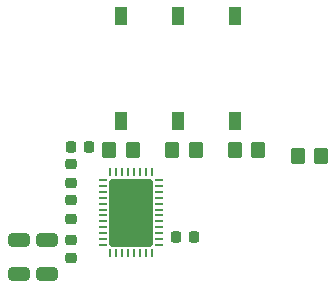
<source format=gbr>
G04 #@! TF.GenerationSoftware,KiCad,Pcbnew,(6.0.1)*
G04 #@! TF.CreationDate,2022-02-05T19:11:42-06:00*
G04 #@! TF.ProjectId,MCF8316A,4d434638-3331-4364-912e-6b696361645f,rev?*
G04 #@! TF.SameCoordinates,Original*
G04 #@! TF.FileFunction,Paste,Top*
G04 #@! TF.FilePolarity,Positive*
%FSLAX46Y46*%
G04 Gerber Fmt 4.6, Leading zero omitted, Abs format (unit mm)*
G04 Created by KiCad (PCBNEW (6.0.1)) date 2022-02-05 19:11:42*
%MOMM*%
%LPD*%
G01*
G04 APERTURE LIST*
G04 Aperture macros list*
%AMRoundRect*
0 Rectangle with rounded corners*
0 $1 Rounding radius*
0 $2 $3 $4 $5 $6 $7 $8 $9 X,Y pos of 4 corners*
0 Add a 4 corners polygon primitive as box body*
4,1,4,$2,$3,$4,$5,$6,$7,$8,$9,$2,$3,0*
0 Add four circle primitives for the rounded corners*
1,1,$1+$1,$2,$3*
1,1,$1+$1,$4,$5*
1,1,$1+$1,$6,$7*
1,1,$1+$1,$8,$9*
0 Add four rect primitives between the rounded corners*
20,1,$1+$1,$2,$3,$4,$5,0*
20,1,$1+$1,$4,$5,$6,$7,0*
20,1,$1+$1,$6,$7,$8,$9,0*
20,1,$1+$1,$8,$9,$2,$3,0*%
G04 Aperture macros list end*
%ADD10RoundRect,0.250000X-0.350000X-0.450000X0.350000X-0.450000X0.350000X0.450000X-0.350000X0.450000X0*%
%ADD11RoundRect,0.185000X-1.665000X2.665000X-1.665000X-2.665000X1.665000X-2.665000X1.665000X2.665000X0*%
%ADD12RoundRect,0.062500X0.237500X-0.062500X0.237500X0.062500X-0.237500X0.062500X-0.237500X-0.062500X0*%
%ADD13RoundRect,0.062500X0.062500X0.237500X-0.062500X0.237500X-0.062500X-0.237500X0.062500X-0.237500X0*%
%ADD14RoundRect,0.225000X-0.225000X-0.250000X0.225000X-0.250000X0.225000X0.250000X-0.225000X0.250000X0*%
%ADD15R,1.100000X1.500000*%
%ADD16RoundRect,0.225000X0.250000X-0.225000X0.250000X0.225000X-0.250000X0.225000X-0.250000X-0.225000X0*%
%ADD17RoundRect,0.250000X-0.650000X0.325000X-0.650000X-0.325000X0.650000X-0.325000X0.650000X0.325000X0*%
%ADD18RoundRect,0.250000X0.350000X0.450000X-0.350000X0.450000X-0.350000X-0.450000X0.350000X-0.450000X0*%
%ADD19RoundRect,0.225000X0.225000X0.250000X-0.225000X0.250000X-0.225000X-0.250000X0.225000X-0.250000X0*%
%ADD20RoundRect,0.225000X-0.250000X0.225000X-0.250000X-0.225000X0.250000X-0.225000X0.250000X0.225000X0*%
G04 APERTURE END LIST*
D10*
G04 #@! TO.C,R1*
X166249600Y-100076000D03*
X168249600Y-100076000D03*
G04 #@! TD*
D11*
G04 #@! TO.C,U1*
X152146000Y-104902000D03*
D12*
X149746000Y-102152000D03*
X149746000Y-102652000D03*
X149746000Y-103152000D03*
X149746000Y-103652000D03*
X149746000Y-104152000D03*
X149746000Y-104652000D03*
X149746000Y-105152000D03*
X149746000Y-105652000D03*
X149746000Y-106152000D03*
X149746000Y-106652000D03*
X149746000Y-107152000D03*
X149746000Y-107652000D03*
D13*
X150396000Y-108302000D03*
X150896000Y-108302000D03*
X151396000Y-108302000D03*
X151896000Y-108302000D03*
X152396000Y-108302000D03*
X152896000Y-108302000D03*
X153396000Y-108302000D03*
X153896000Y-108302000D03*
D12*
X154546000Y-107652000D03*
X154546000Y-107152000D03*
X154546000Y-106652000D03*
X154546000Y-106152000D03*
X154546000Y-105652000D03*
X154546000Y-105152000D03*
X154546000Y-104652000D03*
X154546000Y-104152000D03*
X154546000Y-103652000D03*
X154546000Y-103152000D03*
X154546000Y-102652000D03*
X154546000Y-102152000D03*
D13*
X153896000Y-101502000D03*
X153396000Y-101502000D03*
X152896000Y-101502000D03*
X152396000Y-101502000D03*
X151896000Y-101502000D03*
X151396000Y-101502000D03*
X150896000Y-101502000D03*
X150396000Y-101502000D03*
G04 #@! TD*
D14*
G04 #@! TO.C,C5*
X147040000Y-99314000D03*
X148590000Y-99314000D03*
G04 #@! TD*
D10*
G04 #@! TO.C,R4*
X155607000Y-99568000D03*
X157607000Y-99568000D03*
G04 #@! TD*
D15*
G04 #@! TO.C,SW1*
X151257000Y-88260000D03*
X151257000Y-97160000D03*
G04 #@! TD*
D16*
G04 #@! TO.C,C1*
X147066000Y-102362000D03*
X147066000Y-100812000D03*
G04 #@! TD*
D17*
G04 #@! TO.C,C7*
X145034000Y-107188000D03*
X145034000Y-110138000D03*
G04 #@! TD*
G04 #@! TO.C,C6*
X142621000Y-107188000D03*
X142621000Y-110138000D03*
G04 #@! TD*
D10*
G04 #@! TO.C,R2*
X160909000Y-99568000D03*
X162909000Y-99568000D03*
G04 #@! TD*
D18*
G04 #@! TO.C,R3*
X152273000Y-99568000D03*
X150273000Y-99568000D03*
G04 #@! TD*
D19*
G04 #@! TO.C,C4*
X157480000Y-106934000D03*
X155930000Y-106934000D03*
G04 #@! TD*
D15*
G04 #@! TO.C,SW3*
X160909000Y-88260000D03*
X160909000Y-97160000D03*
G04 #@! TD*
D20*
G04 #@! TO.C,C3*
X147066000Y-107188000D03*
X147066000Y-108738000D03*
G04 #@! TD*
D16*
G04 #@! TO.C,C2*
X147066000Y-105410000D03*
X147066000Y-103860000D03*
G04 #@! TD*
D15*
G04 #@! TO.C,SW2*
X156083000Y-88260000D03*
X156083000Y-97160000D03*
G04 #@! TD*
M02*

</source>
